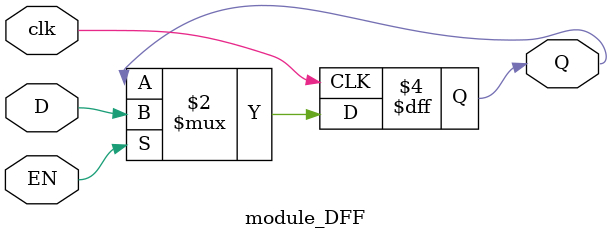
<source format=sv>
`timescale 1ns / 1ps


module module_DFF (
    input     logic    clk, // Data Input
    input     logic    D, // Clock Input
//  input     logic    det_i,
    input     logic    EN,
    output    logic    Q       // Q output
    );
//-------------Code Starts Here---------
    always_ff @ ( posedge clk) begin
    
        if (EN)  Q <= D;
       
       end

endmodule 

</source>
